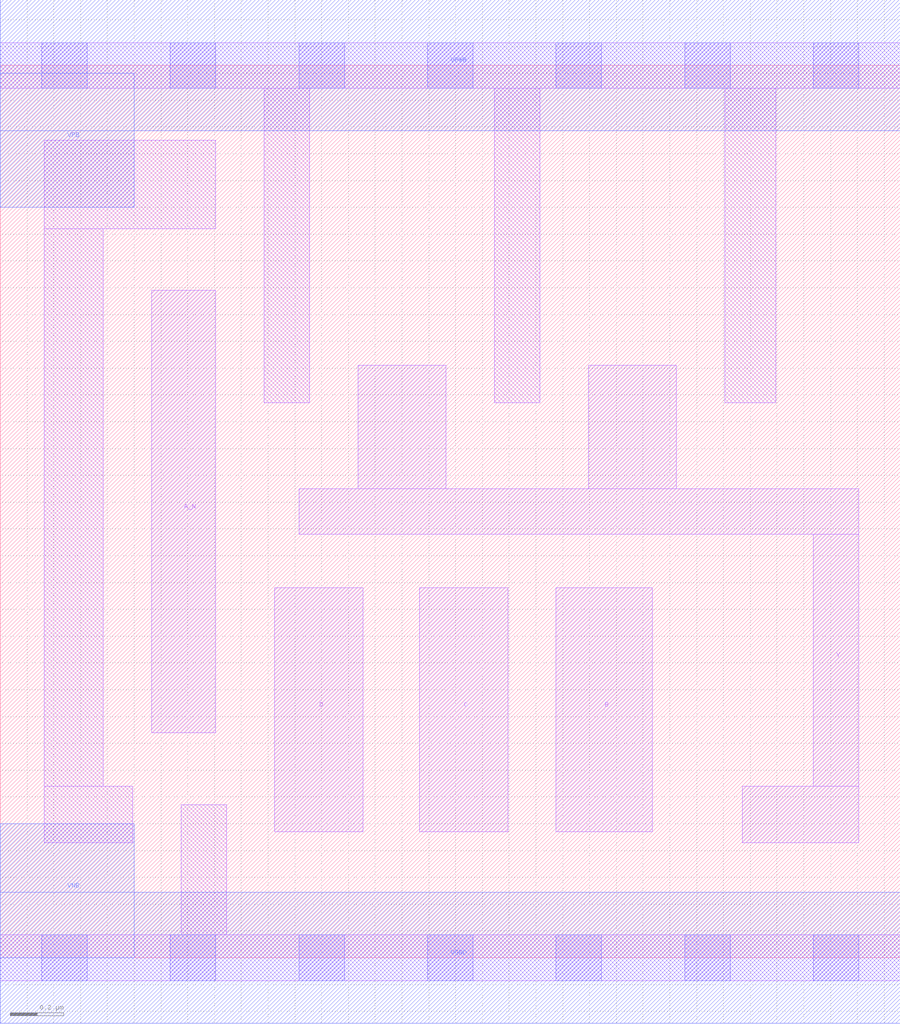
<source format=lef>
# Copyright 2020 The SkyWater PDK Authors
#
# Licensed under the Apache License, Version 2.0 (the "License");
# you may not use this file except in compliance with the License.
# You may obtain a copy of the License at
#
#     https://www.apache.org/licenses/LICENSE-2.0
#
# Unless required by applicable law or agreed to in writing, software
# distributed under the License is distributed on an "AS IS" BASIS,
# WITHOUT WARRANTIES OR CONDITIONS OF ANY KIND, either express or implied.
# See the License for the specific language governing permissions and
# limitations under the License.
#
# SPDX-License-Identifier: Apache-2.0

VERSION 5.5 ;
NAMESCASESENSITIVE ON ;
BUSBITCHARS "[]" ;
DIVIDERCHAR "/" ;
MACRO sky130_fd_sc_lp__nand4b_m
  CLASS CORE ;
  SOURCE USER ;
  ORIGIN  0.000000  0.000000 ;
  SIZE  3.360000 BY  3.330000 ;
  SYMMETRY X Y R90 ;
  SITE unit ;
  PIN A_N
    ANTENNAGATEAREA  0.126000 ;
    DIRECTION INPUT ;
    USE SIGNAL ;
    PORT
      LAYER li1 ;
        RECT 0.565000 0.840000 0.805000 2.490000 ;
    END
  END A_N
  PIN B
    ANTENNAGATEAREA  0.126000 ;
    DIRECTION INPUT ;
    USE SIGNAL ;
    PORT
      LAYER li1 ;
        RECT 2.075000 0.470000 2.435000 1.380000 ;
    END
  END B
  PIN C
    ANTENNAGATEAREA  0.126000 ;
    DIRECTION INPUT ;
    USE SIGNAL ;
    PORT
      LAYER li1 ;
        RECT 1.565000 0.470000 1.895000 1.380000 ;
    END
  END C
  PIN D
    ANTENNAGATEAREA  0.126000 ;
    DIRECTION INPUT ;
    USE SIGNAL ;
    PORT
      LAYER li1 ;
        RECT 1.025000 0.470000 1.355000 1.380000 ;
    END
  END D
  PIN Y
    ANTENNADIFFAREA  0.346500 ;
    DIRECTION OUTPUT ;
    USE SIGNAL ;
    PORT
      LAYER li1 ;
        RECT 1.115000 1.580000 3.205000 1.750000 ;
        RECT 1.335000 1.750000 1.665000 2.210000 ;
        RECT 2.195000 1.750000 2.525000 2.210000 ;
        RECT 2.770000 0.430000 3.205000 0.640000 ;
        RECT 3.035000 0.640000 3.205000 1.580000 ;
    END
  END Y
  PIN VGND
    DIRECTION INOUT ;
    USE GROUND ;
    PORT
      LAYER met1 ;
        RECT 0.000000 -0.245000 3.360000 0.245000 ;
    END
  END VGND
  PIN VNB
    DIRECTION INOUT ;
    USE GROUND ;
    PORT
      LAYER met1 ;
        RECT 0.000000 0.000000 0.500000 0.500000 ;
    END
  END VNB
  PIN VPB
    DIRECTION INOUT ;
    USE POWER ;
    PORT
      LAYER met1 ;
        RECT 0.000000 2.800000 0.500000 3.300000 ;
    END
  END VPB
  PIN VPWR
    DIRECTION INOUT ;
    USE POWER ;
    PORT
      LAYER met1 ;
        RECT 0.000000 3.085000 3.360000 3.575000 ;
    END
  END VPWR
  OBS
    LAYER li1 ;
      RECT 0.000000 -0.085000 3.360000 0.085000 ;
      RECT 0.000000  3.245000 3.360000 3.415000 ;
      RECT 0.165000  0.430000 0.495000 0.640000 ;
      RECT 0.165000  0.640000 0.385000 2.720000 ;
      RECT 0.165000  2.720000 0.805000 3.050000 ;
      RECT 0.675000  0.085000 0.845000 0.570000 ;
      RECT 0.985000  2.070000 1.155000 3.245000 ;
      RECT 1.845000  2.070000 2.015000 3.245000 ;
      RECT 2.705000  2.070000 2.895000 3.245000 ;
    LAYER mcon ;
      RECT 0.155000 -0.085000 0.325000 0.085000 ;
      RECT 0.155000  3.245000 0.325000 3.415000 ;
      RECT 0.635000 -0.085000 0.805000 0.085000 ;
      RECT 0.635000  3.245000 0.805000 3.415000 ;
      RECT 1.115000 -0.085000 1.285000 0.085000 ;
      RECT 1.115000  3.245000 1.285000 3.415000 ;
      RECT 1.595000 -0.085000 1.765000 0.085000 ;
      RECT 1.595000  3.245000 1.765000 3.415000 ;
      RECT 2.075000 -0.085000 2.245000 0.085000 ;
      RECT 2.075000  3.245000 2.245000 3.415000 ;
      RECT 2.555000 -0.085000 2.725000 0.085000 ;
      RECT 2.555000  3.245000 2.725000 3.415000 ;
      RECT 3.035000 -0.085000 3.205000 0.085000 ;
      RECT 3.035000  3.245000 3.205000 3.415000 ;
  END
END sky130_fd_sc_lp__nand4b_m
END LIBRARY

</source>
